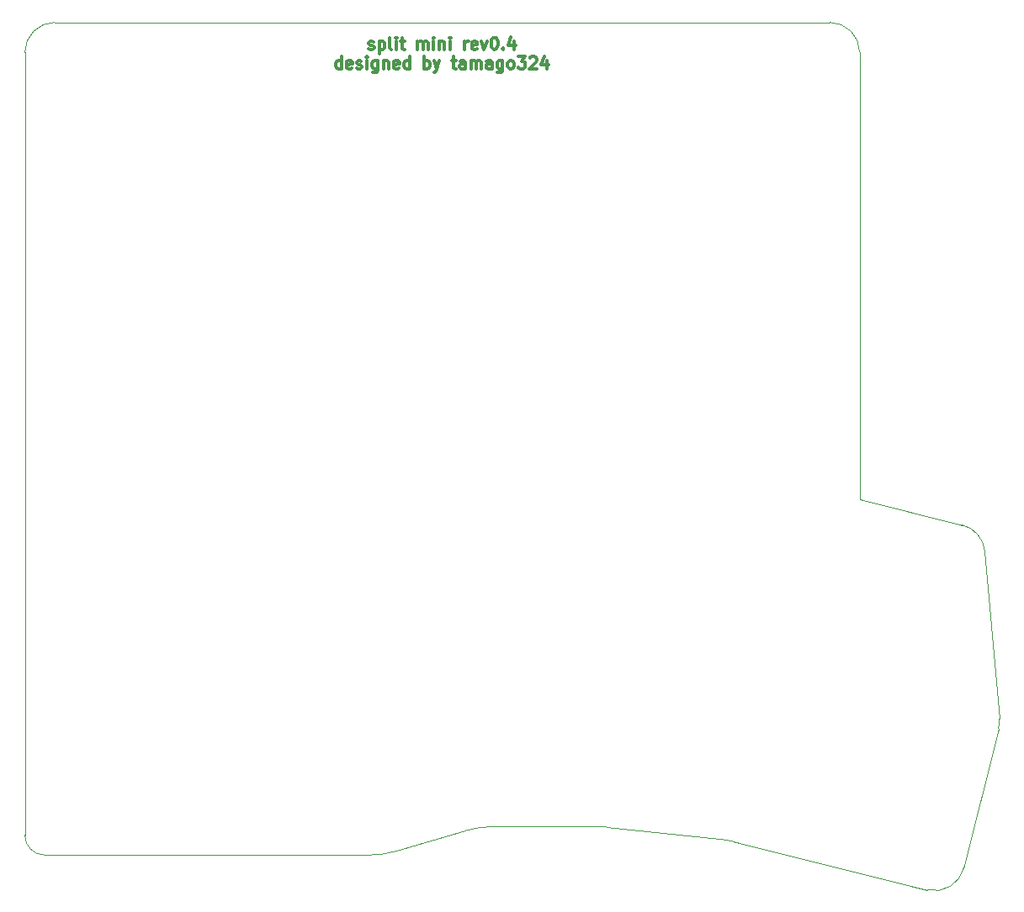
<source format=gto>
%TF.GenerationSoftware,KiCad,Pcbnew,(6.0.6)*%
%TF.CreationDate,2022-11-03T11:36:34+09:00*%
%TF.ProjectId,bottom_plate__split-mini,626f7474-6f6d-45f7-906c-6174655f5f73,rev?*%
%TF.SameCoordinates,Original*%
%TF.FileFunction,Legend,Top*%
%TF.FilePolarity,Positive*%
%FSLAX46Y46*%
G04 Gerber Fmt 4.6, Leading zero omitted, Abs format (unit mm)*
G04 Created by KiCad (PCBNEW (6.0.6)) date 2022-11-03 11:36:34*
%MOMM*%
%LPD*%
G01*
G04 APERTURE LIST*
%TA.AperFunction,Profile*%
%ADD10C,0.100000*%
%TD*%
%ADD11C,0.300000*%
%ADD12C,0.350000*%
%ADD13C,2.200000*%
G04 APERTURE END LIST*
D10*
X116123324Y-72166634D02*
G75*
G03*
X113860370Y-69515158I-2988724J-259366D01*
G01*
X103530843Y-66939718D02*
X113860370Y-69515158D01*
X110364219Y-106260861D02*
G75*
G03*
X114000870Y-104075745I725781J2910861D01*
G01*
X21530843Y-102768057D02*
X45530843Y-102768057D01*
X78079754Y-99947838D02*
X89423885Y-101140154D01*
X66703035Y-99893057D02*
X77034469Y-99893057D01*
X45530843Y-102768057D02*
X54083652Y-102768057D01*
X56918659Y-102357777D02*
X63868027Y-100303337D01*
X19530843Y-21893057D02*
X19530843Y-100768057D01*
X117508504Y-90007398D02*
G75*
G03*
X117586379Y-89022217I-2911304J725798D01*
G01*
X103530843Y-21893057D02*
G75*
G03*
X100530843Y-18893057I-3000043J-43D01*
G01*
X78079754Y-99947841D02*
G75*
G03*
X77034469Y-99893057I-1045254J-9944059D01*
G01*
X54083652Y-102768065D02*
G75*
G03*
X56918659Y-102357777I-52J10000165D01*
G01*
X66703035Y-99893053D02*
G75*
G03*
X63868027Y-100303337I65J-10000347D01*
G01*
X22530843Y-18893063D02*
G75*
G03*
X19530843Y-21893057I-3J-2999997D01*
G01*
X114000870Y-104075745D02*
X117508503Y-90007398D01*
X90797818Y-101382418D02*
G75*
G03*
X89423885Y-101140154I-2419118J-9702282D01*
G01*
X19530843Y-100768057D02*
G75*
G03*
X21530843Y-102768057I1999997J-3D01*
G01*
X90797819Y-101382416D02*
X110364217Y-106260867D01*
X100530843Y-18893057D02*
X22530843Y-18893057D01*
X103530843Y-66939718D02*
X103530843Y-21893057D01*
X116123367Y-72166630D02*
X117586379Y-89022217D01*
D11*
X54147142Y-21559714D02*
X54261428Y-21616857D01*
X54490000Y-21616857D01*
X54604285Y-21559714D01*
X54661428Y-21445428D01*
X54661428Y-21388285D01*
X54604285Y-21274000D01*
X54490000Y-21216857D01*
X54318571Y-21216857D01*
X54204285Y-21159714D01*
X54147142Y-21045428D01*
X54147142Y-20988285D01*
X54204285Y-20874000D01*
X54318571Y-20816857D01*
X54490000Y-20816857D01*
X54604285Y-20874000D01*
X55175714Y-20816857D02*
X55175714Y-22016857D01*
X55175714Y-20874000D02*
X55290000Y-20816857D01*
X55518571Y-20816857D01*
X55632857Y-20874000D01*
X55690000Y-20931142D01*
X55747142Y-21045428D01*
X55747142Y-21388285D01*
X55690000Y-21502571D01*
X55632857Y-21559714D01*
X55518571Y-21616857D01*
X55290000Y-21616857D01*
X55175714Y-21559714D01*
X56432857Y-21616857D02*
X56318571Y-21559714D01*
X56261428Y-21445428D01*
X56261428Y-20416857D01*
X56890000Y-21616857D02*
X56890000Y-20816857D01*
X56890000Y-20416857D02*
X56832857Y-20474000D01*
X56890000Y-20531142D01*
X56947142Y-20474000D01*
X56890000Y-20416857D01*
X56890000Y-20531142D01*
X57290000Y-20816857D02*
X57747142Y-20816857D01*
X57461428Y-20416857D02*
X57461428Y-21445428D01*
X57518571Y-21559714D01*
X57632857Y-21616857D01*
X57747142Y-21616857D01*
X59061428Y-21616857D02*
X59061428Y-20816857D01*
X59061428Y-20931142D02*
X59118571Y-20874000D01*
X59232857Y-20816857D01*
X59404285Y-20816857D01*
X59518571Y-20874000D01*
X59575714Y-20988285D01*
X59575714Y-21616857D01*
X59575714Y-20988285D02*
X59632857Y-20874000D01*
X59747142Y-20816857D01*
X59918571Y-20816857D01*
X60032857Y-20874000D01*
X60090000Y-20988285D01*
X60090000Y-21616857D01*
X60661428Y-21616857D02*
X60661428Y-20816857D01*
X60661428Y-20416857D02*
X60604285Y-20474000D01*
X60661428Y-20531142D01*
X60718571Y-20474000D01*
X60661428Y-20416857D01*
X60661428Y-20531142D01*
X61232857Y-20816857D02*
X61232857Y-21616857D01*
X61232857Y-20931142D02*
X61290000Y-20874000D01*
X61404285Y-20816857D01*
X61575714Y-20816857D01*
X61690000Y-20874000D01*
X61747142Y-20988285D01*
X61747142Y-21616857D01*
X62318571Y-21616857D02*
X62318571Y-20816857D01*
X62318571Y-20416857D02*
X62261428Y-20474000D01*
X62318571Y-20531142D01*
X62375714Y-20474000D01*
X62318571Y-20416857D01*
X62318571Y-20531142D01*
X63804285Y-21616857D02*
X63804285Y-20816857D01*
X63804285Y-21045428D02*
X63861428Y-20931142D01*
X63918571Y-20874000D01*
X64032857Y-20816857D01*
X64147142Y-20816857D01*
X65004285Y-21559714D02*
X64890000Y-21616857D01*
X64661428Y-21616857D01*
X64547142Y-21559714D01*
X64490000Y-21445428D01*
X64490000Y-20988285D01*
X64547142Y-20874000D01*
X64661428Y-20816857D01*
X64890000Y-20816857D01*
X65004285Y-20874000D01*
X65061428Y-20988285D01*
X65061428Y-21102571D01*
X64490000Y-21216857D01*
X65461428Y-20816857D02*
X65747142Y-21616857D01*
X66032857Y-20816857D01*
X66718571Y-20416857D02*
X66832857Y-20416857D01*
X66947142Y-20474000D01*
X67004285Y-20531142D01*
X67061428Y-20645428D01*
X67118571Y-20874000D01*
X67118571Y-21159714D01*
X67061428Y-21388285D01*
X67004285Y-21502571D01*
X66947142Y-21559714D01*
X66832857Y-21616857D01*
X66718571Y-21616857D01*
X66604285Y-21559714D01*
X66547142Y-21502571D01*
X66490000Y-21388285D01*
X66432857Y-21159714D01*
X66432857Y-20874000D01*
X66490000Y-20645428D01*
X66547142Y-20531142D01*
X66604285Y-20474000D01*
X66718571Y-20416857D01*
X67632857Y-21502571D02*
X67690000Y-21559714D01*
X67632857Y-21616857D01*
X67575714Y-21559714D01*
X67632857Y-21502571D01*
X67632857Y-21616857D01*
X68718571Y-20816857D02*
X68718571Y-21616857D01*
X68432857Y-20359714D02*
X68147142Y-21216857D01*
X68890000Y-21216857D01*
X51375714Y-23548857D02*
X51375714Y-22348857D01*
X51375714Y-23491714D02*
X51261428Y-23548857D01*
X51032857Y-23548857D01*
X50918571Y-23491714D01*
X50861428Y-23434571D01*
X50804285Y-23320285D01*
X50804285Y-22977428D01*
X50861428Y-22863142D01*
X50918571Y-22806000D01*
X51032857Y-22748857D01*
X51261428Y-22748857D01*
X51375714Y-22806000D01*
X52404285Y-23491714D02*
X52290000Y-23548857D01*
X52061428Y-23548857D01*
X51947142Y-23491714D01*
X51890000Y-23377428D01*
X51890000Y-22920285D01*
X51947142Y-22806000D01*
X52061428Y-22748857D01*
X52290000Y-22748857D01*
X52404285Y-22806000D01*
X52461428Y-22920285D01*
X52461428Y-23034571D01*
X51890000Y-23148857D01*
X52918571Y-23491714D02*
X53032857Y-23548857D01*
X53261428Y-23548857D01*
X53375714Y-23491714D01*
X53432857Y-23377428D01*
X53432857Y-23320285D01*
X53375714Y-23206000D01*
X53261428Y-23148857D01*
X53090000Y-23148857D01*
X52975714Y-23091714D01*
X52918571Y-22977428D01*
X52918571Y-22920285D01*
X52975714Y-22806000D01*
X53090000Y-22748857D01*
X53261428Y-22748857D01*
X53375714Y-22806000D01*
X53947142Y-23548857D02*
X53947142Y-22748857D01*
X53947142Y-22348857D02*
X53890000Y-22406000D01*
X53947142Y-22463142D01*
X54004285Y-22406000D01*
X53947142Y-22348857D01*
X53947142Y-22463142D01*
X55032857Y-22748857D02*
X55032857Y-23720285D01*
X54975714Y-23834571D01*
X54918571Y-23891714D01*
X54804285Y-23948857D01*
X54632857Y-23948857D01*
X54518571Y-23891714D01*
X55032857Y-23491714D02*
X54918571Y-23548857D01*
X54690000Y-23548857D01*
X54575714Y-23491714D01*
X54518571Y-23434571D01*
X54461428Y-23320285D01*
X54461428Y-22977428D01*
X54518571Y-22863142D01*
X54575714Y-22806000D01*
X54690000Y-22748857D01*
X54918571Y-22748857D01*
X55032857Y-22806000D01*
X55604285Y-22748857D02*
X55604285Y-23548857D01*
X55604285Y-22863142D02*
X55661428Y-22806000D01*
X55775714Y-22748857D01*
X55947142Y-22748857D01*
X56061428Y-22806000D01*
X56118571Y-22920285D01*
X56118571Y-23548857D01*
X57147142Y-23491714D02*
X57032857Y-23548857D01*
X56804285Y-23548857D01*
X56690000Y-23491714D01*
X56632857Y-23377428D01*
X56632857Y-22920285D01*
X56690000Y-22806000D01*
X56804285Y-22748857D01*
X57032857Y-22748857D01*
X57147142Y-22806000D01*
X57204285Y-22920285D01*
X57204285Y-23034571D01*
X56632857Y-23148857D01*
X58232857Y-23548857D02*
X58232857Y-22348857D01*
X58232857Y-23491714D02*
X58118571Y-23548857D01*
X57890000Y-23548857D01*
X57775714Y-23491714D01*
X57718571Y-23434571D01*
X57661428Y-23320285D01*
X57661428Y-22977428D01*
X57718571Y-22863142D01*
X57775714Y-22806000D01*
X57890000Y-22748857D01*
X58118571Y-22748857D01*
X58232857Y-22806000D01*
X59718571Y-23548857D02*
X59718571Y-22348857D01*
X59718571Y-22806000D02*
X59832857Y-22748857D01*
X60061428Y-22748857D01*
X60175714Y-22806000D01*
X60232857Y-22863142D01*
X60290000Y-22977428D01*
X60290000Y-23320285D01*
X60232857Y-23434571D01*
X60175714Y-23491714D01*
X60061428Y-23548857D01*
X59832857Y-23548857D01*
X59718571Y-23491714D01*
X60690000Y-22748857D02*
X60975714Y-23548857D01*
X61261428Y-22748857D02*
X60975714Y-23548857D01*
X60861428Y-23834571D01*
X60804285Y-23891714D01*
X60690000Y-23948857D01*
X62461428Y-22748857D02*
X62918571Y-22748857D01*
X62632857Y-22348857D02*
X62632857Y-23377428D01*
X62690000Y-23491714D01*
X62804285Y-23548857D01*
X62918571Y-23548857D01*
X63832857Y-23548857D02*
X63832857Y-22920285D01*
X63775714Y-22806000D01*
X63661428Y-22748857D01*
X63432857Y-22748857D01*
X63318571Y-22806000D01*
X63832857Y-23491714D02*
X63718571Y-23548857D01*
X63432857Y-23548857D01*
X63318571Y-23491714D01*
X63261428Y-23377428D01*
X63261428Y-23263142D01*
X63318571Y-23148857D01*
X63432857Y-23091714D01*
X63718571Y-23091714D01*
X63832857Y-23034571D01*
X64404285Y-23548857D02*
X64404285Y-22748857D01*
X64404285Y-22863142D02*
X64461428Y-22806000D01*
X64575714Y-22748857D01*
X64747142Y-22748857D01*
X64861428Y-22806000D01*
X64918571Y-22920285D01*
X64918571Y-23548857D01*
X64918571Y-22920285D02*
X64975714Y-22806000D01*
X65090000Y-22748857D01*
X65261428Y-22748857D01*
X65375714Y-22806000D01*
X65432857Y-22920285D01*
X65432857Y-23548857D01*
X66518571Y-23548857D02*
X66518571Y-22920285D01*
X66461428Y-22806000D01*
X66347142Y-22748857D01*
X66118571Y-22748857D01*
X66004285Y-22806000D01*
X66518571Y-23491714D02*
X66404285Y-23548857D01*
X66118571Y-23548857D01*
X66004285Y-23491714D01*
X65947142Y-23377428D01*
X65947142Y-23263142D01*
X66004285Y-23148857D01*
X66118571Y-23091714D01*
X66404285Y-23091714D01*
X66518571Y-23034571D01*
X67604285Y-22748857D02*
X67604285Y-23720285D01*
X67547142Y-23834571D01*
X67490000Y-23891714D01*
X67375714Y-23948857D01*
X67204285Y-23948857D01*
X67090000Y-23891714D01*
X67604285Y-23491714D02*
X67490000Y-23548857D01*
X67261428Y-23548857D01*
X67147142Y-23491714D01*
X67090000Y-23434571D01*
X67032857Y-23320285D01*
X67032857Y-22977428D01*
X67090000Y-22863142D01*
X67147142Y-22806000D01*
X67261428Y-22748857D01*
X67490000Y-22748857D01*
X67604285Y-22806000D01*
X68347142Y-23548857D02*
X68232857Y-23491714D01*
X68175714Y-23434571D01*
X68118571Y-23320285D01*
X68118571Y-22977428D01*
X68175714Y-22863142D01*
X68232857Y-22806000D01*
X68347142Y-22748857D01*
X68518571Y-22748857D01*
X68632857Y-22806000D01*
X68690000Y-22863142D01*
X68747142Y-22977428D01*
X68747142Y-23320285D01*
X68690000Y-23434571D01*
X68632857Y-23491714D01*
X68518571Y-23548857D01*
X68347142Y-23548857D01*
X69147142Y-22348857D02*
X69890000Y-22348857D01*
X69490000Y-22806000D01*
X69661428Y-22806000D01*
X69775714Y-22863142D01*
X69832857Y-22920285D01*
X69890000Y-23034571D01*
X69890000Y-23320285D01*
X69832857Y-23434571D01*
X69775714Y-23491714D01*
X69661428Y-23548857D01*
X69318571Y-23548857D01*
X69204285Y-23491714D01*
X69147142Y-23434571D01*
X70347142Y-22463142D02*
X70404285Y-22406000D01*
X70518571Y-22348857D01*
X70804285Y-22348857D01*
X70918571Y-22406000D01*
X70975714Y-22463142D01*
X71032857Y-22577428D01*
X71032857Y-22691714D01*
X70975714Y-22863142D01*
X70290000Y-23548857D01*
X71032857Y-23548857D01*
X72061428Y-22748857D02*
X72061428Y-23548857D01*
X71775714Y-22291714D02*
X71490000Y-23148857D01*
X72232857Y-23148857D01*
D12*
X109130000Y-86360000D03*
X51500000Y-96760000D03*
X94500000Y-25740000D03*
X28520000Y-25760000D03*
%LPC*%
D13*
%TO.C,HOLE5*%
X109130000Y-86360000D03*
%TD*%
%TO.C,HOLE4*%
X51500000Y-96760000D03*
%TD*%
%TO.C,HOLE2*%
X94500000Y-25740000D03*
%TD*%
%TO.C,HOLE1*%
X28520000Y-25760000D03*
%TD*%
M02*

</source>
